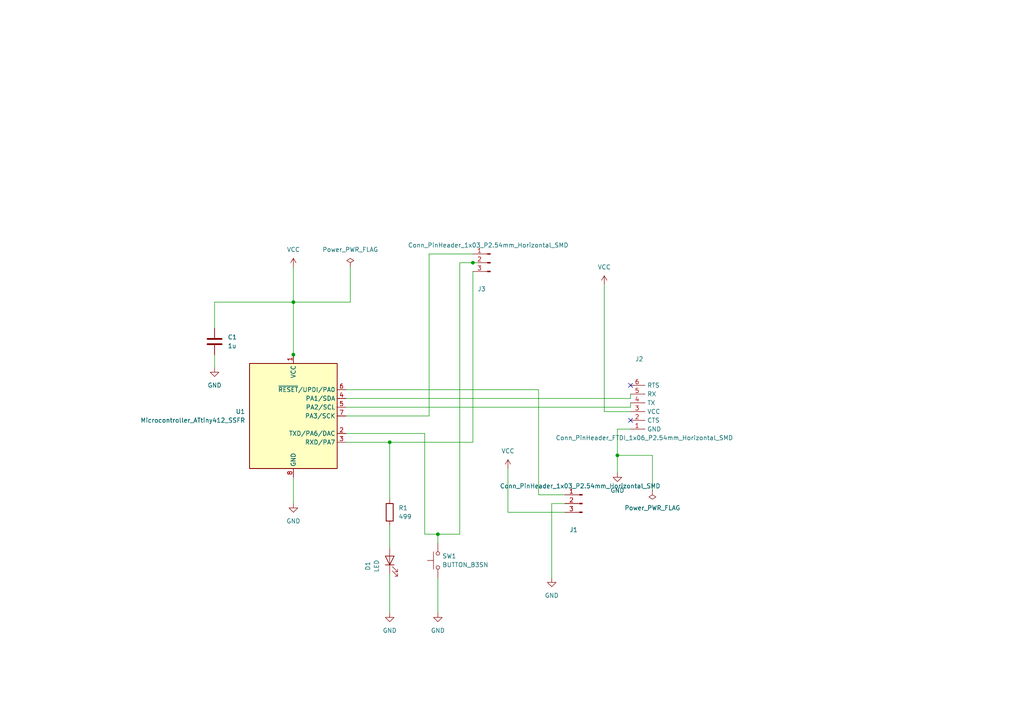
<source format=kicad_sch>
(kicad_sch (version 20211123) (generator eeschema)
  (paper "A4")
  (lib_symbols
    (symbol "fab:BUTTON_B3SN" (pin_numbers hide) (pin_names (offset 1.016) hide)
      (property "Reference" "SW" (at 1.27 2.54 0))
      (property "Value" "BUTTON_B3SN" (at 0 -1.524 0))
      (symbol "BUTTON_B3SN_0_1"
        (circle (center -2.032 0) (radius 0.508))
        (polyline (pts (xy 0 1.27) (xy 0 3.048)))
        (polyline (pts (xy 2.54 1.27) (xy -2.54 1.27)))
        (circle (center 2.032 0) (radius 0.508))
        (pin passive line (at -5.08 0 0) (length 2.54) (name "1") (number "1"))
        (pin passive line (at 5.08 0 180) (length 2.54) (name "2") (number "2"))
      )
    )
    (symbol "fab:C" (pin_numbers hide) (pin_names (offset 0.254))
      (property "Reference" "C" (at 0.635 2.54 0))
      (property "Value" "C" (at 0.635 -2.54 0))
      (symbol "C_0_1"
        (polyline (pts (xy -2.032 -0.762) (xy 2.032 -0.762)) (stroke (width 0.508)))
        (polyline (pts (xy -2.032 0.762) (xy 2.032 0.762)) (stroke (width 0.508)))
      )
      (symbol "C_1_1"
        (pin passive line (at 0 3.81 270) (length 2.794) (name "~") (number "1"))
        (pin passive line (at 0 -3.81 90) (length 2.794) (name "~") (number "2"))
      )
    )
    (symbol "fab:Conn_PinHeader_1x03_P2.54mm_Horizontal_SMD" (pin_names (offset 1.016) hide)
      (property "Reference" "J" (at 0 5.08 0))
      (property "Value" "Conn_PinHeader_1x03_P2.54mm_Horizontal_SMD" (at 0 -5.08 0))
      (symbol "Conn_PinHeader_1x03_P2.54mm_Horizontal_SMD_1_1"
        (polyline (pts (xy 1.27 -2.54) (xy 0.8636 -2.54)) (stroke (width 0.1524)))
        (polyline (pts (xy 1.27 0) (xy 0.8636 0)) (stroke (width 0.1524)))
        (polyline (pts (xy 1.27 2.54) (xy 0.8636 2.54)) (stroke (width 0.1524)))
        (rectangle (start 0.8636 -2.413) (end 0 -2.667) (stroke (width 0.1524)) (fill (type outline)))
        (rectangle (start 0.8636 0.127) (end 0 -0.127) (stroke (width 0.1524)) (fill (type outline)))
        (rectangle (start 0.8636 2.667) (end 0 2.413) (stroke (width 0.1524)) (fill (type outline)))
        (pin passive line (at 5.08 2.54 180) (length 3.81) (name "Pin_1") (number "1"))
        (pin passive line (at 5.08 0 180) (length 3.81) (name "Pin_2") (number "2"))
        (pin passive line (at 5.08 -2.54 180) (length 3.81) (name "Pin_3") (number "3"))
      )
    )
    (symbol "fab:Conn_PinHeader_FTDI_1x06_P2.54mm_Horizontal_SMD" (pin_names (offset 1.016))
      (property "Reference" "J" (at 0 7.62 0))
      (property "Value" "Conn_PinHeader_FTDI_1x06_P2.54mm_Horizontal_SMD" (at 0 -10.16 0))
      (symbol "Conn_PinHeader_FTDI_1x06_P2.54mm_Horizontal_SMD_1_1"
        (polyline (pts (xy 1.27 -7.62) (xy 0.8636 -7.62)) (stroke (width 0.1524)))
        (polyline (pts (xy 1.27 -5.08) (xy 0.8636 -5.08)) (stroke (width 0.1524)))
        (polyline (pts (xy 1.27 -2.54) (xy 0.8636 -2.54)) (stroke (width 0.1524)))
        (polyline (pts (xy 1.27 0) (xy 0.8636 0)) (stroke (width 0.1524)))
        (polyline (pts (xy 1.27 2.54) (xy 0.8636 2.54)) (stroke (width 0.1524)))
        (polyline (pts (xy 1.27 5.08) (xy 0.8636 5.08)) (stroke (width 0.1524)))
        (pin passive line (at 5.08 5.08 180) (length 3.81) (name "GND") (number "1"))
        (pin passive line (at 5.08 2.54 180) (length 3.81) (name "CTS") (number "2"))
        (pin passive line (at 5.08 0 180) (length 3.81) (name "VCC") (number "3"))
        (pin passive line (at 5.08 -2.54 180) (length 3.81) (name "TX") (number "4"))
        (pin passive line (at 5.08 -5.08 180) (length 3.81) (name "RX") (number "5"))
        (pin passive line (at 5.08 -7.62 180) (length 3.81) (name "RTS") (number "6"))
      )
    )
    (symbol "fab:LED" (pin_numbers hide) (pin_names (offset 1.016) hide)
      (property "Reference" "D" (at 0 2.54 0))
      (property "Value" "LED" (at 0 -2.54 0))
      (symbol "LED_0_1"
        (polyline (pts (xy -1.27 -1.27) (xy -1.27 1.27)) (stroke (width 0.2032)))
        (polyline (pts (xy -1.27 0) (xy 1.27 0)))
        (polyline (pts (xy 1.27 -1.27) (xy 1.27 1.27) (xy -1.27 0) (xy 1.27 -1.27)) (stroke (width 0.2032)))
        (polyline (pts (xy -3.048 -0.762) (xy -4.572 -2.286) (xy -3.81 -2.286) (xy -4.572 -2.286) (xy -4.572 -1.524)))
        (polyline (pts (xy -1.778 -0.762) (xy -3.302 -2.286) (xy -2.54 -2.286) (xy -3.302 -2.286) (xy -3.302 -1.524)))
      )
      (symbol "LED_1_1"
        (pin passive line (at -3.81 0 0) (length 2.54) (name "K") (number "1"))
        (pin passive line (at 3.81 0 180) (length 2.54) (name "A") (number "2"))
      )
    )
    (symbol "fab:Microcontroller_ATtiny412_SSFR"
      (property "Reference" "U" (at -12.7 17.78 0))
      (property "Value" "Microcontroller_ATtiny412_SSFR" (at 2.54 17.78 0))
      (symbol "Microcontroller_ATtiny412_SSFR_0_1"
        (rectangle (start -12.7 -15.24) (end 12.7 15.24) (stroke (width 0.254)) (fill (type background)))
      )
      (symbol "Microcontroller_ATtiny412_SSFR_1_1"
        (pin power_in line (at 0 17.78 270) (length 2.54) (name "VCC") (number "1"))
        (pin bidirectional line (at 15.24 -5.08 180) (length 2.54) (name "TXD/PA6/DAC") (number "2"))
        (pin bidirectional line (at 15.24 -7.62 180) (length 2.54) (name "RXD/PA7") (number "3"))
        (pin bidirectional line (at 15.24 5.08 180) (length 2.54) (name "PA1/SDA") (number "4"))
        (pin bidirectional line (at 15.24 2.54 180) (length 2.54) (name "PA2/SCL") (number "5"))
        (pin bidirectional line (at 15.24 7.62 180) (length 2.54) (name "~{RESET}/UPDI/PA0") (number "6"))
        (pin bidirectional line (at 15.24 0 180) (length 2.54) (name "PA3/SCK") (number "7"))
        (pin power_in line (at 0 -17.78 90) (length 2.54) (name "GND") (number "8"))
      )
    )
    (symbol "fab:Power_GND" (power) (pin_names (offset 0))
      (property "Value" "Power_GND" (at 0 -3.81 0))
      (symbol "Power_GND_0_1"
        (polyline (pts (xy 0 0) (xy 0 -1.27) (xy 1.27 -1.27) (xy 0 -2.54) (xy -1.27 -1.27) (xy 0 -1.27)))
      )
      (symbol "Power_GND_1_1"
        (pin power_in line (at 0 0 270) (length 0) hide (name "GND") (number "1"))
      )
    )
    (symbol "fab:Power_PWR_FLAG" (power) (pin_numbers hide) (pin_names (offset 0) hide)
      (property "Value" "Power_PWR_FLAG" (at 0 3.81 0))
      (symbol "Power_PWR_FLAG_0_0"
        (pin power_out line (at 0 0 90) (length 0) (name "pwr") (number "1"))
      )
      (symbol "Power_PWR_FLAG_0_1"
        (polyline (pts (xy 0 0) (xy 0 1.27) (xy -1.016 1.905) (xy 0 2.54) (xy 1.016 1.905) (xy 0 1.27)))
      )
    )
    (symbol "fab:R" (pin_numbers hide) (pin_names (offset 0))
      (property "Reference" "R" (at 2.032 0 90))
      (property "Value" "R" (at 0 0 90))
      (symbol "R_0_1"
        (rectangle (start -1.016 -2.54) (end 1.016 2.54) (stroke (width 0.254)))
      )
      (symbol "R_1_1"
        (pin passive line (at 0 3.81 270) (length 1.27) (name "~") (number "1"))
        (pin passive line (at 0 -3.81 90) (length 1.27) (name "~") (number "2"))
      )
    )
    (symbol "power:VCC" (power) (pin_names (offset 0))
      (property "Value" "VCC" (at 0 3.81 0))
      (symbol "VCC_0_1"
        (polyline (pts (xy -0.762 1.27) (xy 0 2.54)))
        (polyline (pts (xy 0 0) (xy 0 2.54)))
        (polyline (pts (xy 0 2.54) (xy 0.762 1.27)))
      )
      (symbol "VCC_1_1"
        (pin power_in line (at 0 0 90) (length 0) hide (name "VCC") (number "1"))
      )
    )
  )
  (junction (at 113.03 128.27))
  (junction (at 85.09 102.87))
  (junction (at 137.16 76.2))
  (junction (at 127 154.94))
  (junction (at 179.07 132.08))
  (junction (at 85.09 87.63))
  (no_connect (at 182.88 111.76))
  (no_connect (at 182.88 121.92))
  (wire (pts (xy 127 154.94) (xy 133.35 154.94)))
  (wire (pts (xy 113.03 128.27) (xy 113.03 144.78)))
  (wire (pts (xy 179.07 124.46) (xy 179.07 132.08)))
  (wire (pts (xy 85.09 87.63) (xy 85.09 102.87)))
  (wire (pts (xy 138.43 76.2) (xy 137.16 76.2)))
  (wire (pts (xy 123.19 154.94) (xy 127 154.94)))
  (wire (pts (xy 147.32 148.59) (xy 163.83 148.59)))
  (wire (pts (xy 147.32 148.59) (xy 147.32 135.89)))
  (wire (pts (xy 85.09 77.47) (xy 85.09 87.63)))
  (wire (pts (xy 182.88 118.11) (xy 182.88 116.84)))
  (wire (pts (xy 100.33 120.65) (xy 124.46 120.65)))
  (wire (pts (xy 137.16 76.2) (xy 133.35 76.2)))
  (wire (pts (xy 113.03 152.4) (xy 113.03 158.75)))
  (wire (pts (xy 160.02 146.05) (xy 160.02 167.64)))
  (wire (pts (xy 101.6 87.63) (xy 101.6 77.47)))
  (wire (pts (xy 179.07 132.08) (xy 189.23 132.08)))
  (wire (pts (xy 100.33 113.03) (xy 156.21 113.03)))
  (wire (pts (xy 137.16 128.27) (xy 113.03 128.27)))
  (wire (pts (xy 179.07 132.08) (xy 179.07 137.16)))
  (wire (pts (xy 156.21 143.51) (xy 163.83 143.51)))
  (wire (pts (xy 175.26 119.38) (xy 182.88 119.38)))
  (wire (pts (xy 133.35 76.2) (xy 133.35 154.94)))
  (wire (pts (xy 123.19 125.73) (xy 123.19 154.94)))
  (wire (pts (xy 100.33 115.57) (xy 182.88 115.57)))
  (wire (pts (xy 100.33 118.11) (xy 182.88 118.11)))
  (wire (pts (xy 175.26 82.55) (xy 175.26 119.38)))
  (wire (pts (xy 62.23 102.87) (xy 62.23 106.68)))
  (wire (pts (xy 127 167.64) (xy 127 177.8)))
  (wire (pts (xy 62.23 87.63) (xy 62.23 95.25)))
  (wire (pts (xy 189.23 132.08) (xy 189.23 142.24)))
  (wire (pts (xy 127 154.94) (xy 127 157.48)))
  (wire (pts (xy 85.09 87.63) (xy 62.23 87.63)))
  (wire (pts (xy 163.83 146.05) (xy 160.02 146.05)))
  (wire (pts (xy 124.46 120.65) (xy 124.46 73.66)))
  (wire (pts (xy 182.88 115.57) (xy 182.88 114.3)))
  (wire (pts (xy 85.09 102.87) (xy 85.09 104.14)))
  (wire (pts (xy 137.16 78.74) (xy 137.16 128.27)))
  (wire (pts (xy 182.88 124.46) (xy 179.07 124.46)))
  (wire (pts (xy 100.33 125.73) (xy 123.19 125.73)))
  (wire (pts (xy 113.03 166.37) (xy 113.03 177.8)))
  (wire (pts (xy 156.21 113.03) (xy 156.21 143.51)))
  (wire (pts (xy 85.09 138.43) (xy 85.09 146.05)))
  (wire (pts (xy 124.46 73.66) (xy 137.16 73.66)))
  (wire (pts (xy 100.33 128.27) (xy 113.03 128.27)))
  (wire (pts (xy 85.09 87.63) (xy 101.6 87.63)))
  (symbol (lib_id "fab:Power_GND") (at 85.09 146.05 0) (unit 1)
    (property "Reference" "#PWR02" (effects hide))
    (property "Value" "Power_GND" (at 85.09 151.13 0))
  )
  (symbol (lib_id "fab:Conn_PinHeader_FTDI_1x06_P2.54mm_Horizontal_SMD") (at 187.96 119.38 180) (unit 1)
    (property "Reference" "J2" (at 185.42 104.14 0))
    (property "Value" "Conn_PinHeader_FTDI_1x06_P2.54mm_Horizontal_SMD" (at 186.8932 127 0))
    (property "Footprint" "fab:PinHeader_FTDI_01x06_P2.54mm_Horizontal_SMD" (effects hide))
  )
  (symbol (lib_id "fab:LED") (at 113.03 162.56 90) (unit 1)
    (property "Reference" "D1" (at 106.68 164.1602 0))
    (property "Value" "LED" (at 109.22 164.1602 0))
    (property "Footprint" "fab:LED_1206" (effects hide))
    (property "Datasheet" "https://optoelectronics.liteon.com/upload/download/DS-22-98-0002/LTST-C150CKT.pdf" (effects hide))
  )
  (symbol (lib_id "fab:Power_GND") (at 127 177.8 0) (unit 1)
    (property "Reference" "#PWR05" (effects hide))
    (property "Value" "Power_GND" (at 127 182.88 0))
  )
  (symbol (lib_id "fab:BUTTON_B3SN") (at 127 162.56 90) (unit 1)
    (property "Reference" "SW1" (at 128.27 161.2899 90) (effects (justify right)))
    (property "Value" "BUTTON_B3SN" (at 128.27 163.8299 90) (effects (justify right)))
    (property "Footprint" "fab:Button_Omron_B3SN_6x6mm" (effects hide))
    (property "Datasheet" "https://omronfs.omron.com/en_US/ecb/products/pdf/en-b3sn.pdf" (effects hide))
  )
  (symbol (lib_id "fab:Power_GND") (at 113.03 177.8 0) (unit 1)
    (property "Reference" "#PWR03" (effects hide))
    (property "Value" "Power_GND" (at 113.03 182.88 0))
  )
  (symbol (lib_id "fab:Conn_PinHeader_1x03_P2.54mm_Horizontal_SMD") (at 142.24 76.2 0) (mirror y) (unit 1)
    (property "Reference" "J3" (at 139.7 83.82 0))
    (property "Value" "Conn_PinHeader_1x03_P2.54mm_Horizontal_SMD" (at 141.605 71.12 0))
    (property "Footprint" "fab:PinHeader_1x03_P2.54mm_Horizontal_SMD" (effects hide))
  )
  (symbol (lib_id "fab:Power_PWR_FLAG") (at 101.6 77.47 0) (unit 1)
    (property "Reference" "#FLG0102" (effects hide))
    (property "Value" "Power_PWR_FLAG" (at 101.6 72.39 0))
  )
  (symbol (lib_id "fab:Power_GND") (at 179.07 137.16 0) (unit 1)
    (property "Reference" "#PWR09" (effects hide))
    (property "Value" "Power_GND" (at 179.07 142.24 0))
  )
  (symbol (lib_id "fab:Conn_PinHeader_1x03_P2.54mm_Horizontal_SMD") (at 168.91 146.05 0) (mirror y) (unit 1)
    (property "Reference" "J1" (at 166.37 153.67 0))
    (property "Value" "Conn_PinHeader_1x03_P2.54mm_Horizontal_SMD" (at 168.275 140.97 0))
    (property "Footprint" "fab:PinHeader_1x03_P2.54mm_Horizontal_SMD" (effects hide))
  )
  (symbol (lib_id "fab:Microcontroller_ATtiny412_SSFR") (at 85.09 120.65 0) (unit 1)
    (property "Reference" "U1" (at 71.12 119.3799 0) (effects (justify right)))
    (property "Value" "Microcontroller_ATtiny412_SSFR" (at 71.12 121.9199 0) (effects (justify right)))
    (property "Footprint" "fab:SOIC-8_3.9x4.9mm_P1.27mm" (effects hide))
    (property "Datasheet" "http://ww1.microchip.com/downloads/en/DeviceDoc/40001911A.pdf" (effects hide))
  )
  (symbol (lib_id "power:VCC") (at 175.26 82.55 0) (unit 1)
    (property "Reference" "#PWR08" (effects hide))
    (property "Value" "VCC" (at 175.26 77.47 0))
  )
  (symbol (lib_id "power:VCC") (at 85.09 77.47 0) (unit 1)
    (property "Reference" "#PWR0101" (effects hide))
    (property "Value" "VCC" (at 85.09 72.39 0))
  )
  (symbol (lib_id "fab:C") (at 62.23 99.06 0) (unit 1)
    (property "Reference" "C1" (at 66.04 97.7899 0) (effects (justify left)))
    (property "Value" "1u" (at 66.04 100.3299 0) (effects (justify left)))
    (property "Footprint" "fab:C_1206" (effects hide))
  )
  (symbol (lib_id "fab:R") (at 113.03 148.59 0) (unit 1)
    (property "Reference" "R1" (at 115.57 147.3199 0) (effects (justify left)))
    (property "Value" "499" (at 115.57 149.8599 0) (effects (justify left)))
    (property "Footprint" "fab:R_1206" (effects hide))
  )
  (symbol (lib_id "fab:Power_GND") (at 62.23 106.68 0) (unit 1)
    (property "Reference" "#PWR01" (effects hide))
    (property "Value" "Power_GND" (at 62.23 111.76 0))
  )
  (symbol (lib_id "fab:Power_GND") (at 160.02 167.64 0) (unit 1)
    (property "Reference" "#PWR07" (effects hide))
    (property "Value" "Power_GND" (at 160.02 172.72 0))
  )
  (symbol (lib_id "power:VCC") (at 147.32 135.89 0) (unit 1)
    (property "Reference" "#PWR06" (effects hide))
    (property "Value" "VCC" (at 147.32 130.81 0))
  )
  (symbol (lib_id "fab:Power_PWR_FLAG") (at 189.23 142.24 180) (unit 1)
    (property "Reference" "#FLG0101" (effects hide))
    (property "Value" "Power_PWR_FLAG" (at 189.23 147.32 0))
  )
)
</source>
